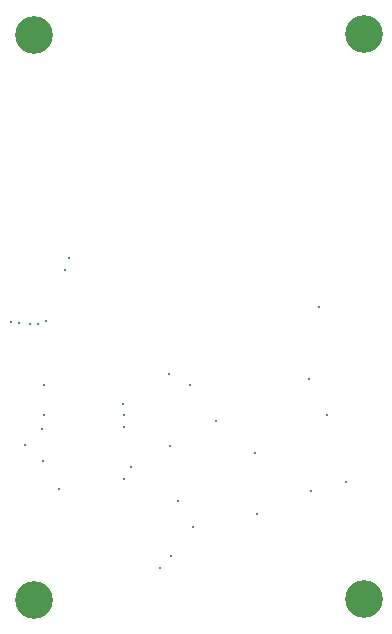
<source format=gbr>
%TF.GenerationSoftware,KiCad,Pcbnew,8.0.7*%
%TF.CreationDate,2025-01-15T11:33:53+05:30*%
%TF.ProjectId,STHDAQ_B1,53544844-4151-45f4-9231-2e6b69636164,rev?*%
%TF.SameCoordinates,Original*%
%TF.FileFunction,Plated,1,2,PTH,Drill*%
%TF.FilePolarity,Positive*%
%FSLAX46Y46*%
G04 Gerber Fmt 4.6, Leading zero omitted, Abs format (unit mm)*
G04 Created by KiCad (PCBNEW 8.0.7) date 2025-01-15 11:33:53*
%MOMM*%
%LPD*%
G01*
G04 APERTURE LIST*
%TA.AperFunction,ViaDrill*%
%ADD10C,0.300000*%
%TD*%
%TA.AperFunction,ComponentDrill*%
%ADD11C,3.200000*%
%TD*%
G04 APERTURE END LIST*
D10*
X139080000Y-79000000D03*
X139776428Y-79070652D03*
X140260000Y-89350000D03*
X140670000Y-79095098D03*
X141370003Y-79095098D03*
X141730000Y-88010000D03*
X141810000Y-90710000D03*
X141860000Y-86880000D03*
X141880000Y-84310000D03*
X142041433Y-78897147D03*
X143170000Y-93090000D03*
X143680000Y-74570000D03*
X143960000Y-73530000D03*
X148590000Y-85890000D03*
X148610000Y-92275000D03*
X148630000Y-86870000D03*
X148630000Y-87865000D03*
X149250000Y-91235000D03*
X151720000Y-99800000D03*
X152470000Y-83365000D03*
X152540000Y-89465000D03*
X152625000Y-98755000D03*
X153250000Y-94150000D03*
X154250000Y-84315000D03*
X154480000Y-96290000D03*
X156450000Y-87335000D03*
X159690000Y-90050000D03*
X159890000Y-95210000D03*
X164290000Y-83790000D03*
X164490000Y-93290000D03*
X165180000Y-77700000D03*
X165820000Y-86860000D03*
X167400000Y-92510000D03*
D11*
%TO.C,H2*%
X141030000Y-54705000D03*
%TO.C,H3*%
X141030000Y-102505000D03*
%TO.C,H1*%
X168930000Y-54605000D03*
%TO.C,H4*%
X168930000Y-102405000D03*
M02*

</source>
